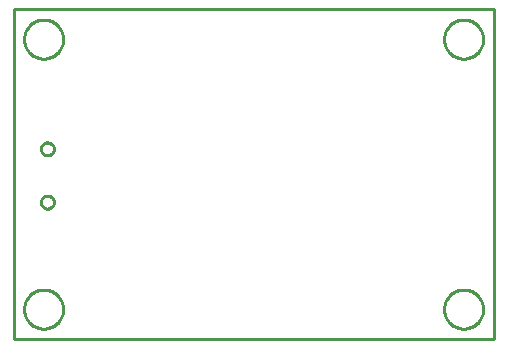
<source format=gbr>
G04 EAGLE Gerber RS-274X export*
G75*
%MOMM*%
%FSLAX34Y34*%
%LPD*%
%IN*%
%IPPOS*%
%AMOC8*
5,1,8,0,0,1.08239X$1,22.5*%
G01*
%ADD10C,0.254000*%


D10*
X0Y0D02*
X406400Y0D01*
X406400Y279400D01*
X0Y279400D01*
X0Y0D01*
X41910Y24860D02*
X41839Y23781D01*
X41698Y22709D01*
X41487Y21649D01*
X41208Y20605D01*
X40860Y19581D01*
X40446Y18583D01*
X39968Y17613D01*
X39428Y16677D01*
X38827Y15778D01*
X38169Y14921D01*
X37457Y14108D01*
X36692Y13344D01*
X35879Y12631D01*
X35022Y11973D01*
X34123Y11372D01*
X33187Y10832D01*
X32217Y10354D01*
X31219Y9940D01*
X30195Y9592D01*
X29151Y9313D01*
X28091Y9102D01*
X27019Y8961D01*
X25940Y8890D01*
X24860Y8890D01*
X23781Y8961D01*
X22709Y9102D01*
X21649Y9313D01*
X20605Y9592D01*
X19581Y9940D01*
X18583Y10354D01*
X17613Y10832D01*
X16677Y11372D01*
X15778Y11973D01*
X14921Y12631D01*
X14108Y13344D01*
X13344Y14108D01*
X12631Y14921D01*
X11973Y15778D01*
X11372Y16677D01*
X10832Y17613D01*
X10354Y18583D01*
X9940Y19581D01*
X9592Y20605D01*
X9313Y21649D01*
X9102Y22709D01*
X8961Y23781D01*
X8890Y24860D01*
X8890Y25940D01*
X8961Y27019D01*
X9102Y28091D01*
X9313Y29151D01*
X9592Y30195D01*
X9940Y31219D01*
X10354Y32217D01*
X10832Y33187D01*
X11372Y34123D01*
X11973Y35022D01*
X12631Y35879D01*
X13344Y36692D01*
X14108Y37457D01*
X14921Y38169D01*
X15778Y38827D01*
X16677Y39428D01*
X17613Y39968D01*
X18583Y40446D01*
X19581Y40860D01*
X20605Y41208D01*
X21649Y41487D01*
X22709Y41698D01*
X23781Y41839D01*
X24860Y41910D01*
X25940Y41910D01*
X27019Y41839D01*
X28091Y41698D01*
X29151Y41487D01*
X30195Y41208D01*
X31219Y40860D01*
X32217Y40446D01*
X33187Y39968D01*
X34123Y39428D01*
X35022Y38827D01*
X35879Y38169D01*
X36692Y37457D01*
X37457Y36692D01*
X38169Y35879D01*
X38827Y35022D01*
X39428Y34123D01*
X39968Y33187D01*
X40446Y32217D01*
X40860Y31219D01*
X41208Y30195D01*
X41487Y29151D01*
X41698Y28091D01*
X41839Y27019D01*
X41910Y25940D01*
X41910Y24860D01*
X41910Y253460D02*
X41839Y252381D01*
X41698Y251309D01*
X41487Y250249D01*
X41208Y249205D01*
X40860Y248181D01*
X40446Y247183D01*
X39968Y246213D01*
X39428Y245277D01*
X38827Y244378D01*
X38169Y243521D01*
X37457Y242708D01*
X36692Y241944D01*
X35879Y241231D01*
X35022Y240573D01*
X34123Y239972D01*
X33187Y239432D01*
X32217Y238954D01*
X31219Y238540D01*
X30195Y238192D01*
X29151Y237913D01*
X28091Y237702D01*
X27019Y237561D01*
X25940Y237490D01*
X24860Y237490D01*
X23781Y237561D01*
X22709Y237702D01*
X21649Y237913D01*
X20605Y238192D01*
X19581Y238540D01*
X18583Y238954D01*
X17613Y239432D01*
X16677Y239972D01*
X15778Y240573D01*
X14921Y241231D01*
X14108Y241944D01*
X13344Y242708D01*
X12631Y243521D01*
X11973Y244378D01*
X11372Y245277D01*
X10832Y246213D01*
X10354Y247183D01*
X9940Y248181D01*
X9592Y249205D01*
X9313Y250249D01*
X9102Y251309D01*
X8961Y252381D01*
X8890Y253460D01*
X8890Y254540D01*
X8961Y255619D01*
X9102Y256691D01*
X9313Y257751D01*
X9592Y258795D01*
X9940Y259819D01*
X10354Y260817D01*
X10832Y261787D01*
X11372Y262723D01*
X11973Y263622D01*
X12631Y264479D01*
X13344Y265292D01*
X14108Y266057D01*
X14921Y266769D01*
X15778Y267427D01*
X16677Y268028D01*
X17613Y268568D01*
X18583Y269046D01*
X19581Y269460D01*
X20605Y269808D01*
X21649Y270087D01*
X22709Y270298D01*
X23781Y270439D01*
X24860Y270510D01*
X25940Y270510D01*
X27019Y270439D01*
X28091Y270298D01*
X29151Y270087D01*
X30195Y269808D01*
X31219Y269460D01*
X32217Y269046D01*
X33187Y268568D01*
X34123Y268028D01*
X35022Y267427D01*
X35879Y266769D01*
X36692Y266057D01*
X37457Y265292D01*
X38169Y264479D01*
X38827Y263622D01*
X39428Y262723D01*
X39968Y261787D01*
X40446Y260817D01*
X40860Y259819D01*
X41208Y258795D01*
X41487Y257751D01*
X41698Y256691D01*
X41839Y255619D01*
X41910Y254540D01*
X41910Y253460D01*
X397510Y253460D02*
X397439Y252381D01*
X397298Y251309D01*
X397087Y250249D01*
X396808Y249205D01*
X396460Y248181D01*
X396046Y247183D01*
X395568Y246213D01*
X395028Y245277D01*
X394427Y244378D01*
X393769Y243521D01*
X393057Y242708D01*
X392292Y241944D01*
X391479Y241231D01*
X390622Y240573D01*
X389723Y239972D01*
X388787Y239432D01*
X387817Y238954D01*
X386819Y238540D01*
X385795Y238192D01*
X384751Y237913D01*
X383691Y237702D01*
X382619Y237561D01*
X381540Y237490D01*
X380460Y237490D01*
X379381Y237561D01*
X378309Y237702D01*
X377249Y237913D01*
X376205Y238192D01*
X375181Y238540D01*
X374183Y238954D01*
X373213Y239432D01*
X372277Y239972D01*
X371378Y240573D01*
X370521Y241231D01*
X369708Y241944D01*
X368944Y242708D01*
X368231Y243521D01*
X367573Y244378D01*
X366972Y245277D01*
X366432Y246213D01*
X365954Y247183D01*
X365540Y248181D01*
X365192Y249205D01*
X364913Y250249D01*
X364702Y251309D01*
X364561Y252381D01*
X364490Y253460D01*
X364490Y254540D01*
X364561Y255619D01*
X364702Y256691D01*
X364913Y257751D01*
X365192Y258795D01*
X365540Y259819D01*
X365954Y260817D01*
X366432Y261787D01*
X366972Y262723D01*
X367573Y263622D01*
X368231Y264479D01*
X368944Y265292D01*
X369708Y266057D01*
X370521Y266769D01*
X371378Y267427D01*
X372277Y268028D01*
X373213Y268568D01*
X374183Y269046D01*
X375181Y269460D01*
X376205Y269808D01*
X377249Y270087D01*
X378309Y270298D01*
X379381Y270439D01*
X380460Y270510D01*
X381540Y270510D01*
X382619Y270439D01*
X383691Y270298D01*
X384751Y270087D01*
X385795Y269808D01*
X386819Y269460D01*
X387817Y269046D01*
X388787Y268568D01*
X389723Y268028D01*
X390622Y267427D01*
X391479Y266769D01*
X392292Y266057D01*
X393057Y265292D01*
X393769Y264479D01*
X394427Y263622D01*
X395028Y262723D01*
X395568Y261787D01*
X396046Y260817D01*
X396460Y259819D01*
X396808Y258795D01*
X397087Y257751D01*
X397298Y256691D01*
X397439Y255619D01*
X397510Y254540D01*
X397510Y253460D01*
X397510Y24860D02*
X397439Y23781D01*
X397298Y22709D01*
X397087Y21649D01*
X396808Y20605D01*
X396460Y19581D01*
X396046Y18583D01*
X395568Y17613D01*
X395028Y16677D01*
X394427Y15778D01*
X393769Y14921D01*
X393057Y14108D01*
X392292Y13344D01*
X391479Y12631D01*
X390622Y11973D01*
X389723Y11372D01*
X388787Y10832D01*
X387817Y10354D01*
X386819Y9940D01*
X385795Y9592D01*
X384751Y9313D01*
X383691Y9102D01*
X382619Y8961D01*
X381540Y8890D01*
X380460Y8890D01*
X379381Y8961D01*
X378309Y9102D01*
X377249Y9313D01*
X376205Y9592D01*
X375181Y9940D01*
X374183Y10354D01*
X373213Y10832D01*
X372277Y11372D01*
X371378Y11973D01*
X370521Y12631D01*
X369708Y13344D01*
X368944Y14108D01*
X368231Y14921D01*
X367573Y15778D01*
X366972Y16677D01*
X366432Y17613D01*
X365954Y18583D01*
X365540Y19581D01*
X365192Y20605D01*
X364913Y21649D01*
X364702Y22709D01*
X364561Y23781D01*
X364490Y24860D01*
X364490Y25940D01*
X364561Y27019D01*
X364702Y28091D01*
X364913Y29151D01*
X365192Y30195D01*
X365540Y31219D01*
X365954Y32217D01*
X366432Y33187D01*
X366972Y34123D01*
X367573Y35022D01*
X368231Y35879D01*
X368944Y36692D01*
X369708Y37457D01*
X370521Y38169D01*
X371378Y38827D01*
X372277Y39428D01*
X373213Y39968D01*
X374183Y40446D01*
X375181Y40860D01*
X376205Y41208D01*
X377249Y41487D01*
X378309Y41698D01*
X379381Y41839D01*
X380460Y41910D01*
X381540Y41910D01*
X382619Y41839D01*
X383691Y41698D01*
X384751Y41487D01*
X385795Y41208D01*
X386819Y40860D01*
X387817Y40446D01*
X388787Y39968D01*
X389723Y39428D01*
X390622Y38827D01*
X391479Y38169D01*
X392292Y37457D01*
X393057Y36692D01*
X393769Y35879D01*
X394427Y35022D01*
X395028Y34123D01*
X395568Y33187D01*
X396046Y32217D01*
X396460Y31219D01*
X396808Y30195D01*
X397087Y29151D01*
X397298Y28091D01*
X397439Y27019D01*
X397510Y25940D01*
X397510Y24860D01*
X34091Y160748D02*
X34022Y160134D01*
X33884Y159532D01*
X33680Y158949D01*
X33412Y158392D01*
X33084Y157869D01*
X32699Y157386D01*
X32262Y156950D01*
X31779Y156564D01*
X31256Y156236D01*
X30699Y155968D01*
X30116Y155764D01*
X29514Y155626D01*
X28900Y155557D01*
X28282Y155557D01*
X27668Y155626D01*
X27066Y155764D01*
X26483Y155968D01*
X25926Y156236D01*
X25403Y156564D01*
X24920Y156950D01*
X24484Y157386D01*
X24098Y157869D01*
X23770Y158392D01*
X23502Y158949D01*
X23298Y159532D01*
X23160Y160134D01*
X23091Y160748D01*
X23091Y161366D01*
X23160Y161980D01*
X23298Y162582D01*
X23502Y163165D01*
X23770Y163722D01*
X24098Y164245D01*
X24484Y164728D01*
X24920Y165165D01*
X25403Y165550D01*
X25926Y165878D01*
X26483Y166146D01*
X27066Y166350D01*
X27668Y166488D01*
X28282Y166557D01*
X28900Y166557D01*
X29514Y166488D01*
X30116Y166350D01*
X30699Y166146D01*
X31256Y165878D01*
X31779Y165550D01*
X32262Y165165D01*
X32699Y164728D01*
X33084Y164245D01*
X33412Y163722D01*
X33680Y163165D01*
X33884Y162582D01*
X34022Y161980D01*
X34091Y161366D01*
X34091Y160748D01*
X34091Y115748D02*
X34022Y115134D01*
X33884Y114532D01*
X33680Y113949D01*
X33412Y113392D01*
X33084Y112869D01*
X32699Y112386D01*
X32262Y111950D01*
X31779Y111564D01*
X31256Y111236D01*
X30699Y110968D01*
X30116Y110764D01*
X29514Y110626D01*
X28900Y110557D01*
X28282Y110557D01*
X27668Y110626D01*
X27066Y110764D01*
X26483Y110968D01*
X25926Y111236D01*
X25403Y111564D01*
X24920Y111950D01*
X24484Y112386D01*
X24098Y112869D01*
X23770Y113392D01*
X23502Y113949D01*
X23298Y114532D01*
X23160Y115134D01*
X23091Y115748D01*
X23091Y116366D01*
X23160Y116980D01*
X23298Y117582D01*
X23502Y118165D01*
X23770Y118722D01*
X24098Y119245D01*
X24484Y119728D01*
X24920Y120165D01*
X25403Y120550D01*
X25926Y120878D01*
X26483Y121146D01*
X27066Y121350D01*
X27668Y121488D01*
X28282Y121557D01*
X28900Y121557D01*
X29514Y121488D01*
X30116Y121350D01*
X30699Y121146D01*
X31256Y120878D01*
X31779Y120550D01*
X32262Y120165D01*
X32699Y119728D01*
X33084Y119245D01*
X33412Y118722D01*
X33680Y118165D01*
X33884Y117582D01*
X34022Y116980D01*
X34091Y116366D01*
X34091Y115748D01*
M02*

</source>
